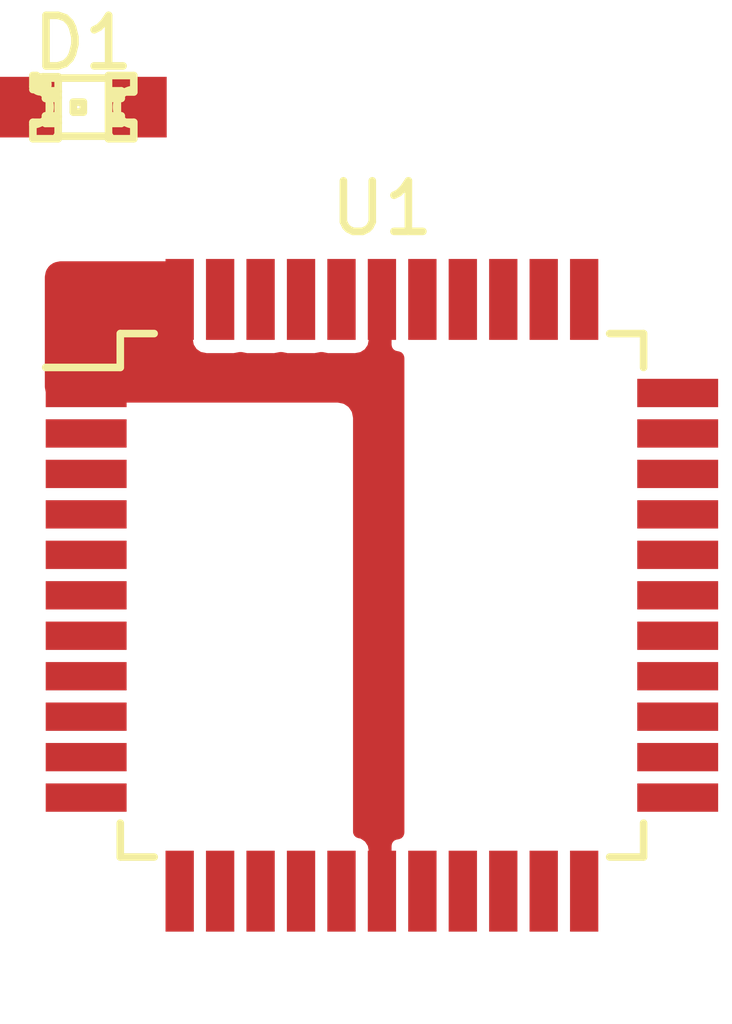
<source format=kicad_pcb>
(kicad_pcb (version 4) (host pcbnew "(2015-12-17 BZR 6382, Git 22fdfa6)-product")

  (general
    (links 20)
    (no_connects 17)
    (area 122.17654 42.382 136.909501 62.908)
    (thickness 1.6)
    (drawings 0)
    (tracks 3)
    (zones 0)
    (modules 2)
    (nets 22)
  )

  (page A4)
  (layers
    (0 F.Cu signal)
    (31 B.Cu signal)
    (32 B.Adhes user)
    (33 F.Adhes user)
    (34 B.Paste user)
    (35 F.Paste user)
    (36 B.SilkS user)
    (37 F.SilkS user)
    (38 B.Mask user)
    (39 F.Mask user)
    (40 Dwgs.User user)
    (41 Cmts.User user)
    (42 Eco1.User user)
    (43 Eco2.User user)
    (44 Edge.Cuts user)
    (45 Margin user)
    (46 B.CrtYd user)
    (47 F.CrtYd user)
    (48 B.Fab user)
    (49 F.Fab user)
  )

  (setup
    (last_trace_width 0.25)
    (trace_clearance 0.127)
    (zone_clearance 0.254)
    (zone_45_only no)
    (trace_min 0.2)
    (segment_width 0.2)
    (edge_width 0.1)
    (via_size 0.6)
    (via_drill 0.4)
    (via_min_size 0.4)
    (via_min_drill 0.3)
    (uvia_size 0.3)
    (uvia_drill 0.1)
    (uvias_allowed no)
    (uvia_min_size 0)
    (uvia_min_drill 0)
    (pcb_text_width 0.3)
    (pcb_text_size 1.5 1.5)
    (mod_edge_width 0.15)
    (mod_text_size 1 1)
    (mod_text_width 0.15)
    (pad_size 1.5 1.5)
    (pad_drill 0.6)
    (pad_to_mask_clearance 0)
    (aux_axis_origin 0 0)
    (visible_elements FFFFFF7F)
    (pcbplotparams
      (layerselection 0x00030_80000001)
      (usegerberextensions false)
      (excludeedgelayer true)
      (linewidth 0.100000)
      (plotframeref false)
      (viasonmask false)
      (mode 1)
      (useauxorigin false)
      (hpglpennumber 1)
      (hpglpenspeed 20)
      (hpglpendiameter 15)
      (hpglpenoverlay 2)
      (psnegative false)
      (psa4output false)
      (plotreference true)
      (plotvalue true)
      (plotinvisibletext false)
      (padsonsilk false)
      (subtractmaskfromsilk false)
      (outputformat 1)
      (mirror false)
      (drillshape 1)
      (scaleselection 1)
      (outputdirectory ""))
  )

  (net 0 "")
  (net 1 "Net-(R1-Pad1)")
  (net 2 "Net-(D1-Pad2)")
  (net 3 "Net-(R2-Pad1)")
  (net 4 "Net-(R2-Pad2)")
  (net 5 "Net-(R3-Pad1)")
  (net 6 "Net-(R3-Pad2)")
  (net 7 GND)
  (net 8 "Net-(C1-Pad1)")
  (net 9 VMot)
  (net 10 "Net-(C2-Pad2)")
  (net 11 "Net-(P1-Pad1)")
  (net 12 "Net-(P1-Pad2)")
  (net 13 "Net-(P1-Pad3)")
  (net 14 "Net-(P1-Pad4)")
  (net 15 "Net-(P2-Pad1)")
  (net 16 "Net-(P2-Pad2)")
  (net 17 1A1)
  (net 18 1A2)
  (net 19 1B1)
  (net 20 1B2)
  (net 21 "Net-(C6-Pad1)")

  (net_class Default "This is the default net class."
    (clearance 0.127)
    (trace_width 0.25)
    (via_dia 0.6)
    (via_drill 0.4)
    (uvia_dia 0.3)
    (uvia_drill 0.1)
    (add_net 1A1)
    (add_net 1A2)
    (add_net 1B1)
    (add_net 1B2)
    (add_net GND)
    (add_net "Net-(C1-Pad1)")
    (add_net "Net-(C2-Pad2)")
    (add_net "Net-(C6-Pad1)")
    (add_net "Net-(D1-Pad2)")
    (add_net "Net-(P1-Pad1)")
    (add_net "Net-(P1-Pad2)")
    (add_net "Net-(P1-Pad3)")
    (add_net "Net-(P1-Pad4)")
    (add_net "Net-(P2-Pad1)")
    (add_net "Net-(P2-Pad2)")
    (add_net "Net-(R1-Pad1)")
    (add_net "Net-(R2-Pad1)")
    (add_net "Net-(R2-Pad2)")
    (add_net "Net-(R3-Pad1)")
    (add_net "Net-(R3-Pad2)")
    (add_net VMot)
  )

  (module LEDs:LED-0805 (layer F.Cu) (tedit 5538B1C2) (tstamp 5576CB1B)
    (at 123.952 44.704)
    (descr "LED 0805 smd package")
    (tags "LED 0805 SMD")
    (path /55769B2D)
    (attr smd)
    (fp_text reference D1 (at 0 -1.27) (layer F.SilkS)
      (effects (font (size 1 1) (thickness 0.15)))
    )
    (fp_text value LED (at 0 1.27) (layer F.Fab)
      (effects (font (size 1 1) (thickness 0.15)))
    )
    (fp_line (start -0.49784 0.29972) (end -0.49784 0.62484) (layer F.SilkS) (width 0.15))
    (fp_line (start -0.49784 0.62484) (end -0.99822 0.62484) (layer F.SilkS) (width 0.15))
    (fp_line (start -0.99822 0.29972) (end -0.99822 0.62484) (layer F.SilkS) (width 0.15))
    (fp_line (start -0.49784 0.29972) (end -0.99822 0.29972) (layer F.SilkS) (width 0.15))
    (fp_line (start -0.49784 -0.32258) (end -0.49784 -0.17272) (layer F.SilkS) (width 0.15))
    (fp_line (start -0.49784 -0.17272) (end -0.7493 -0.17272) (layer F.SilkS) (width 0.15))
    (fp_line (start -0.7493 -0.32258) (end -0.7493 -0.17272) (layer F.SilkS) (width 0.15))
    (fp_line (start -0.49784 -0.32258) (end -0.7493 -0.32258) (layer F.SilkS) (width 0.15))
    (fp_line (start -0.49784 0.17272) (end -0.49784 0.32258) (layer F.SilkS) (width 0.15))
    (fp_line (start -0.49784 0.32258) (end -0.7493 0.32258) (layer F.SilkS) (width 0.15))
    (fp_line (start -0.7493 0.17272) (end -0.7493 0.32258) (layer F.SilkS) (width 0.15))
    (fp_line (start -0.49784 0.17272) (end -0.7493 0.17272) (layer F.SilkS) (width 0.15))
    (fp_line (start -0.49784 -0.19812) (end -0.49784 0.19812) (layer F.SilkS) (width 0.15))
    (fp_line (start -0.49784 0.19812) (end -0.6731 0.19812) (layer F.SilkS) (width 0.15))
    (fp_line (start -0.6731 -0.19812) (end -0.6731 0.19812) (layer F.SilkS) (width 0.15))
    (fp_line (start -0.49784 -0.19812) (end -0.6731 -0.19812) (layer F.SilkS) (width 0.15))
    (fp_line (start 0.99822 0.29972) (end 0.99822 0.62484) (layer F.SilkS) (width 0.15))
    (fp_line (start 0.99822 0.62484) (end 0.49784 0.62484) (layer F.SilkS) (width 0.15))
    (fp_line (start 0.49784 0.29972) (end 0.49784 0.62484) (layer F.SilkS) (width 0.15))
    (fp_line (start 0.99822 0.29972) (end 0.49784 0.29972) (layer F.SilkS) (width 0.15))
    (fp_line (start 0.99822 -0.62484) (end 0.99822 -0.29972) (layer F.SilkS) (width 0.15))
    (fp_line (start 0.99822 -0.29972) (end 0.49784 -0.29972) (layer F.SilkS) (width 0.15))
    (fp_line (start 0.49784 -0.62484) (end 0.49784 -0.29972) (layer F.SilkS) (width 0.15))
    (fp_line (start 0.99822 -0.62484) (end 0.49784 -0.62484) (layer F.SilkS) (width 0.15))
    (fp_line (start 0.7493 0.17272) (end 0.7493 0.32258) (layer F.SilkS) (width 0.15))
    (fp_line (start 0.7493 0.32258) (end 0.49784 0.32258) (layer F.SilkS) (width 0.15))
    (fp_line (start 0.49784 0.17272) (end 0.49784 0.32258) (layer F.SilkS) (width 0.15))
    (fp_line (start 0.7493 0.17272) (end 0.49784 0.17272) (layer F.SilkS) (width 0.15))
    (fp_line (start 0.7493 -0.32258) (end 0.7493 -0.17272) (layer F.SilkS) (width 0.15))
    (fp_line (start 0.7493 -0.17272) (end 0.49784 -0.17272) (layer F.SilkS) (width 0.15))
    (fp_line (start 0.49784 -0.32258) (end 0.49784 -0.17272) (layer F.SilkS) (width 0.15))
    (fp_line (start 0.7493 -0.32258) (end 0.49784 -0.32258) (layer F.SilkS) (width 0.15))
    (fp_line (start 0.6731 -0.19812) (end 0.6731 0.19812) (layer F.SilkS) (width 0.15))
    (fp_line (start 0.6731 0.19812) (end 0.49784 0.19812) (layer F.SilkS) (width 0.15))
    (fp_line (start 0.49784 -0.19812) (end 0.49784 0.19812) (layer F.SilkS) (width 0.15))
    (fp_line (start 0.6731 -0.19812) (end 0.49784 -0.19812) (layer F.SilkS) (width 0.15))
    (fp_line (start 0 -0.09906) (end 0 0.09906) (layer F.SilkS) (width 0.15))
    (fp_line (start 0 0.09906) (end -0.19812 0.09906) (layer F.SilkS) (width 0.15))
    (fp_line (start -0.19812 -0.09906) (end -0.19812 0.09906) (layer F.SilkS) (width 0.15))
    (fp_line (start 0 -0.09906) (end -0.19812 -0.09906) (layer F.SilkS) (width 0.15))
    (fp_line (start -0.49784 -0.59944) (end -0.49784 -0.29972) (layer F.SilkS) (width 0.15))
    (fp_line (start -0.49784 -0.29972) (end -0.79756 -0.29972) (layer F.SilkS) (width 0.15))
    (fp_line (start -0.79756 -0.59944) (end -0.79756 -0.29972) (layer F.SilkS) (width 0.15))
    (fp_line (start -0.49784 -0.59944) (end -0.79756 -0.59944) (layer F.SilkS) (width 0.15))
    (fp_line (start -0.92456 -0.62484) (end -0.92456 -0.39878) (layer F.SilkS) (width 0.15))
    (fp_line (start -0.92456 -0.39878) (end -0.99822 -0.39878) (layer F.SilkS) (width 0.15))
    (fp_line (start -0.99822 -0.62484) (end -0.99822 -0.39878) (layer F.SilkS) (width 0.15))
    (fp_line (start -0.92456 -0.62484) (end -0.99822 -0.62484) (layer F.SilkS) (width 0.15))
    (fp_line (start -0.52324 0.57404) (end 0.52324 0.57404) (layer F.SilkS) (width 0.15))
    (fp_line (start 0.49784 -0.57404) (end -0.92456 -0.57404) (layer F.SilkS) (width 0.15))
    (fp_circle (center -0.84836 -0.44958) (end -0.89916 -0.50038) (layer F.SilkS) (width 0.15))
    (fp_arc (start -0.99822 0) (end -0.99822 0.34798) (angle -180) (layer F.SilkS) (width 0.15))
    (fp_arc (start 0.99822 0) (end 0.99822 -0.34798) (angle -180) (layer F.SilkS) (width 0.15))
    (pad 2 smd rect (at 1.04902 0 180) (size 1.19888 1.19888) (layers F.Cu F.Paste F.Mask)
      (net 2 "Net-(D1-Pad2)"))
    (pad 1 smd rect (at -1.04902 0 180) (size 1.19888 1.19888) (layers F.Cu F.Paste F.Mask)
      (net 7 GND))
  )

  (module Housings_QFP:LQFP-44_10x10mm_Pitch0.8mm (layer F.Cu) (tedit 5674DBE5) (tstamp 5672E9FF)
    (at 129.8575 54.356)
    (descr "LQFP44 (see Appnote_PCB_Guidelines_TRINAMIC_packages.pdf)")
    (tags "QFP 0.8")
    (path /5576B0C2)
    (attr smd)
    (fp_text reference U1 (at 0 -7.65) (layer F.SilkS)
      (effects (font (size 1 1) (thickness 0.15)))
    )
    (fp_text value foo (at 0 7.65) (layer F.Fab)
      (effects (font (size 1 1) (thickness 0.15)))
    )
    (fp_line (start -6.9 -6.9) (end -6.9 6.9) (layer F.CrtYd) (width 0.05))
    (fp_line (start 6.9 -6.9) (end 6.9 6.9) (layer F.CrtYd) (width 0.05))
    (fp_line (start -6.9 -6.9) (end 6.9 -6.9) (layer F.CrtYd) (width 0.05))
    (fp_line (start -6.9 6.9) (end 6.9 6.9) (layer F.CrtYd) (width 0.05))
    (fp_line (start -5.175 -5.175) (end -5.175 -4.505) (layer F.SilkS) (width 0.15))
    (fp_line (start 5.175 -5.175) (end 5.175 -4.505) (layer F.SilkS) (width 0.15))
    (fp_line (start 5.175 5.175) (end 5.175 4.505) (layer F.SilkS) (width 0.15))
    (fp_line (start -5.175 5.175) (end -5.175 4.505) (layer F.SilkS) (width 0.15))
    (fp_line (start -5.175 -5.175) (end -4.505 -5.175) (layer F.SilkS) (width 0.15))
    (fp_line (start -5.175 5.175) (end -4.505 5.175) (layer F.SilkS) (width 0.15))
    (fp_line (start 5.175 5.175) (end 4.505 5.175) (layer F.SilkS) (width 0.15))
    (fp_line (start 5.175 -5.175) (end 4.505 -5.175) (layer F.SilkS) (width 0.15))
    (fp_line (start -5.175 -4.505) (end -6.65 -4.505) (layer F.SilkS) (width 0.15))
    (pad 1 smd rect (at -5.85 -4) (size 1.6 0.56) (layers F.Cu F.Paste F.Mask)
      (net 7 GND))
    (pad 2 smd rect (at -5.85 -3.2) (size 1.6 0.56) (layers F.Cu F.Paste F.Mask)
      (net 17 1A1))
    (pad 3 smd rect (at -5.85 -2.4) (size 1.6 0.56) (layers F.Cu F.Paste F.Mask)
      (net 17 1A1))
    (pad 4 smd rect (at -5.85 -1.6) (size 1.6 0.56) (layers F.Cu F.Paste F.Mask)
      (net 9 VMot))
    (pad 5 smd rect (at -5.85 -0.8) (size 1.6 0.56) (layers F.Cu F.Paste F.Mask)
      (net 18 1A2))
    (pad 6 smd rect (at -5.85 0) (size 1.6 0.56) (layers F.Cu F.Paste F.Mask)
      (net 18 1A2))
    (pad 7 smd rect (at -5.85 0.8) (size 1.6 0.56) (layers F.Cu F.Paste F.Mask)
      (net 17 1A1))
    (pad 8 smd rect (at -5.85 1.6) (size 1.6 0.56) (layers F.Cu F.Paste F.Mask)
      (net 17 1A1))
    (pad 9 smd rect (at -5.85 2.4) (size 1.6 0.56) (layers F.Cu F.Paste F.Mask)
      (net 3 "Net-(R2-Pad1)"))
    (pad 10 smd rect (at -5.85 3.2) (size 1.6 0.56) (layers F.Cu F.Paste F.Mask)
      (net 18 1A2))
    (pad 11 smd rect (at -5.85 4) (size 1.6 0.56) (layers F.Cu F.Paste F.Mask)
      (net 18 1A2))
    (pad 12 smd rect (at -4 5.85 90) (size 1.6 0.56) (layers F.Cu F.Paste F.Mask)
      (net 4 "Net-(R2-Pad2)"))
    (pad 13 smd rect (at -3.2 5.85 90) (size 1.6 0.56) (layers F.Cu F.Paste F.Mask)
      (net 8 "Net-(C1-Pad1)"))
    (pad 14 smd rect (at -2.4 5.85 90) (size 1.6 0.56) (layers F.Cu F.Paste F.Mask)
      (net 14 "Net-(P1-Pad4)"))
    (pad 15 smd rect (at -1.6 5.85 90) (size 1.6 0.56) (layers F.Cu F.Paste F.Mask)
      (net 13 "Net-(P1-Pad3)"))
    (pad 16 smd rect (at -0.8 5.85 90) (size 1.6 0.56) (layers F.Cu F.Paste F.Mask)
      (net 12 "Net-(P1-Pad2)"))
    (pad 17 smd rect (at 0 5.85 90) (size 1.6 0.56) (layers F.Cu F.Paste F.Mask)
      (net 7 GND))
    (pad 18 smd rect (at 0.8 5.85 90) (size 1.6 0.56) (layers F.Cu F.Paste F.Mask)
      (net 11 "Net-(P1-Pad1)"))
    (pad 19 smd rect (at 1.6 5.85 90) (size 1.6 0.56) (layers F.Cu F.Paste F.Mask)
      (net 7 GND))
    (pad 20 smd rect (at 2.4 5.85 90) (size 1.6 0.56) (layers F.Cu F.Paste F.Mask))
    (pad 21 smd rect (at 3.2 5.85 90) (size 1.6 0.56) (layers F.Cu F.Paste F.Mask))
    (pad 22 smd rect (at 4 5.85 90) (size 1.6 0.56) (layers F.Cu F.Paste F.Mask)
      (net 6 "Net-(R3-Pad2)"))
    (pad 23 smd rect (at 5.85 4) (size 1.6 0.56) (layers F.Cu F.Paste F.Mask)
      (net 20 1B2))
    (pad 24 smd rect (at 5.85 3.2) (size 1.6 0.56) (layers F.Cu F.Paste F.Mask)
      (net 20 1B2))
    (pad 25 smd rect (at 5.85 2.4) (size 1.6 0.56) (layers F.Cu F.Paste F.Mask)
      (net 5 "Net-(R3-Pad1)"))
    (pad 26 smd rect (at 5.85 1.6) (size 1.6 0.56) (layers F.Cu F.Paste F.Mask)
      (net 19 1B1))
    (pad 27 smd rect (at 5.85 0.8) (size 1.6 0.56) (layers F.Cu F.Paste F.Mask)
      (net 19 1B1))
    (pad 28 smd rect (at 5.85 0) (size 1.6 0.56) (layers F.Cu F.Paste F.Mask)
      (net 20 1B2))
    (pad 29 smd rect (at 5.85 -0.8) (size 1.6 0.56) (layers F.Cu F.Paste F.Mask)
      (net 20 1B2))
    (pad 30 smd rect (at 5.85 -1.6) (size 1.6 0.56) (layers F.Cu F.Paste F.Mask)
      (net 9 VMot))
    (pad 31 smd rect (at 5.85 -2.4) (size 1.6 0.56) (layers F.Cu F.Paste F.Mask)
      (net 19 1B1))
    (pad 32 smd rect (at 5.85 -3.2) (size 1.6 0.56) (layers F.Cu F.Paste F.Mask)
      (net 19 1B1))
    (pad 33 smd rect (at 5.85 -4) (size 1.6 0.56) (layers F.Cu F.Paste F.Mask)
      (net 9 VMot))
    (pad 34 smd rect (at 4 -5.85 90) (size 1.6 0.56) (layers F.Cu F.Paste F.Mask))
    (pad 35 smd rect (at 3.2 -5.85 90) (size 1.6 0.56) (layers F.Cu F.Paste F.Mask)
      (net 10 "Net-(C2-Pad2)"))
    (pad 36 smd rect (at 2.4 -5.85 90) (size 1.6 0.56) (layers F.Cu F.Paste F.Mask)
      (net 9 VMot))
    (pad 37 smd rect (at 1.6 -5.85 90) (size 1.6 0.56) (layers F.Cu F.Paste F.Mask))
    (pad 38 smd rect (at 0.8 -5.85 90) (size 1.6 0.56) (layers F.Cu F.Paste F.Mask)
      (net 1 "Net-(R1-Pad1)"))
    (pad 39 smd rect (at 0 -5.85 90) (size 1.6 0.56) (layers F.Cu F.Paste F.Mask)
      (net 7 GND))
    (pad 40 smd rect (at -0.8 -5.85 90) (size 1.6 0.56) (layers F.Cu F.Paste F.Mask)
      (net 21 "Net-(C6-Pad1)"))
    (pad 41 smd rect (at -1.6 -5.85 90) (size 1.6 0.56) (layers F.Cu F.Paste F.Mask)
      (net 15 "Net-(P2-Pad1)"))
    (pad 42 smd rect (at -2.4 -5.85 90) (size 1.6 0.56) (layers F.Cu F.Paste F.Mask)
      (net 16 "Net-(P2-Pad2)"))
    (pad 43 smd rect (at -3.2 -5.85 90) (size 1.6 0.56) (layers F.Cu F.Paste F.Mask))
    (pad 44 smd rect (at -4 -5.85 90) (size 1.6 0.56) (layers F.Cu F.Paste F.Mask)
      (net 7 GND))
    (model Housings_QFP.3dshapes/LQFP-44_10x10mm_Pitch0.8mm.wrl
      (at (xyz 0 0 0))
      (scale (xyz 1 1 1))
      (rotate (xyz 0 0 0))
    )
  )

  (segment (start 124.0075 56.756) (end 124.5275 56.756) (width 0.25) (layer F.Cu) (net 3))
  (segment (start 123.9145 56.7265) (end 123.944 56.756) (width 0.25) (layer F.Cu) (net 3))
  (segment (start 133.8575 60.206) (end 133.8575 60.4515) (width 0.25) (layer F.Cu) (net 6))

  (zone (net 7) (net_name GND) (layer F.Cu) (tstamp 0) (hatch edge 0.508)
    (connect_pads yes (clearance 0.254))
    (min_thickness 0.254)
    (fill yes (arc_segments 16) (thermal_gap 0.508) (thermal_bridge_width 0.508) (smoothing fillet) (radius 0.3))
    (polygon
      (pts
        (xy 126.238 49.53) (xy 129.54 49.53) (xy 129.54 47.752) (xy 130.048 47.752) (xy 130.048 49.53)
        (xy 130.302 49.53) (xy 130.302 59.182) (xy 130.048 59.182) (xy 130.048 60.96) (xy 129.54 60.96)
        (xy 129.54 59.182) (xy 129.286 59.182) (xy 129.286 50.546) (xy 123.19 50.546) (xy 123.19 47.752)
        (xy 126.238 47.752) (xy 126.238 49.53)
      )
    )
    (filled_polygon
      (pts
        (xy 125.989036 47.89164) (xy 125.989036 49.306) (xy 126.015603 49.44719) (xy 126.099046 49.576865) (xy 126.226366 49.663859)
        (xy 126.3775 49.694464) (xy 126.9375 49.694464) (xy 127.061904 49.671056) (xy 127.1775 49.694464) (xy 127.7375 49.694464)
        (xy 127.861904 49.671056) (xy 127.9775 49.694464) (xy 128.5375 49.694464) (xy 128.661904 49.671056) (xy 128.7775 49.694464)
        (xy 129.3375 49.694464) (xy 129.47869 49.667897) (xy 129.608365 49.584454) (xy 129.695359 49.457134) (xy 129.725964 49.306)
        (xy 129.725964 47.904589) (xy 129.746351 47.890967) (xy 129.794 47.881489) (xy 129.841649 47.890967) (xy 129.882043 47.917957)
        (xy 129.909033 47.958351) (xy 129.921 48.01851) (xy 129.921 49.403) (xy 129.92344 49.427776) (xy 129.933107 49.476377)
        (xy 129.95207 49.522158) (xy 129.9796 49.56336) (xy 130.01464 49.5984) (xy 130.055842 49.62593) (xy 130.101623 49.644893)
        (xy 130.172925 49.659075) (xy 130.175 49.669509) (xy 130.175 59.042491) (xy 130.172925 59.052925) (xy 130.101623 59.067107)
        (xy 130.055842 59.08607) (xy 130.01464 59.1136) (xy 129.9796 59.14864) (xy 129.95207 59.189842) (xy 129.933107 59.235623)
        (xy 129.92344 59.284224) (xy 129.921 59.309) (xy 129.921 60.69349) (xy 129.909033 60.753649) (xy 129.882043 60.794043)
        (xy 129.841649 60.821033) (xy 129.794 60.830511) (xy 129.746351 60.821033) (xy 129.725964 60.807411) (xy 129.725964 59.406)
        (xy 129.699397 59.26481) (xy 129.615954 59.135135) (xy 129.488634 59.048141) (xy 129.413 59.032825) (xy 129.413 50.846)
        (xy 129.41056 50.821224) (xy 129.387724 50.706419) (xy 129.368761 50.660637) (xy 129.303729 50.56331) (xy 129.26869 50.528271)
        (xy 129.171363 50.463239) (xy 129.125581 50.444276) (xy 129.010776 50.42144) (xy 128.986 50.419) (xy 123.502509 50.419)
        (xy 123.424749 50.403533) (xy 123.36943 50.36657) (xy 123.332467 50.311251) (xy 123.317 50.233491) (xy 123.317 48.064509)
        (xy 123.332467 47.986749) (xy 123.36943 47.93143) (xy 123.424749 47.894467) (xy 123.502509 47.879) (xy 125.925491 47.879)
      )
    )
  )
)

</source>
